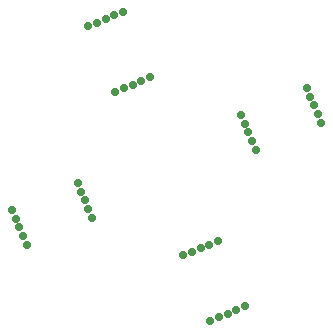
<source format=gbs>
G04*
G04 #@! TF.GenerationSoftware,Altium Limited,Altium Designer,22.2.1 (43)*
G04*
G04 Layer_Color=16711935*
%FSLAX25Y25*%
%MOIN*%
G70*
G04*
G04 #@! TF.SameCoordinates,70B15B9A-0B0E-40B4-BC6F-C93E4DF4F8A9*
G04*
G04*
G04 #@! TF.FilePolarity,Negative*
G04*
G01*
G75*
%ADD48C,0.02769*%
D48*
X67440Y106020D02*
D03*
X70350Y107225D02*
D03*
X64531Y104815D02*
D03*
X61621Y103609D02*
D03*
X73260Y108431D02*
D03*
X51460Y67440D02*
D03*
X50255Y70350D02*
D03*
X52666Y64531D02*
D03*
X53871Y61621D02*
D03*
X49050Y73260D02*
D03*
X106020Y90040D02*
D03*
X107225Y87130D02*
D03*
X104815Y92950D02*
D03*
X103609Y95860D02*
D03*
X108431Y84220D02*
D03*
X84220Y49050D02*
D03*
X95860Y53871D02*
D03*
X92950Y52666D02*
D03*
X87130Y50255D02*
D03*
X90040Y51460D02*
D03*
X61310Y129049D02*
D03*
X58401Y127844D02*
D03*
X55491Y126639D02*
D03*
X52581Y125433D02*
D03*
X64220Y130255D02*
D03*
X28431Y61310D02*
D03*
X29636Y58401D02*
D03*
X30842Y55491D02*
D03*
X32047Y52581D02*
D03*
X27226Y64220D02*
D03*
X129049Y96170D02*
D03*
X127844Y99080D02*
D03*
X126639Y101989D02*
D03*
X125433Y104899D02*
D03*
X130255Y93260D02*
D03*
X93260Y27226D02*
D03*
X104899Y32047D02*
D03*
X101989Y30842D02*
D03*
X99080Y29636D02*
D03*
X96170Y28431D02*
D03*
M02*

</source>
